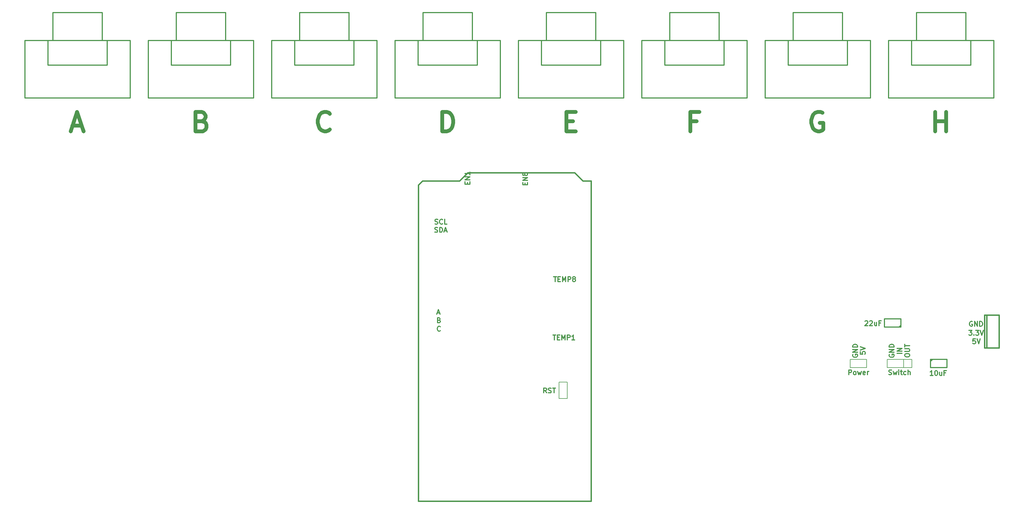
<source format=gto>
G04 (created by PCBNEW (2013-07-07 BZR 4022)-stable) date 9/29/2015 10:07:16 AM*
%MOIN*%
G04 Gerber Fmt 3.4, Leading zero omitted, Abs format*
%FSLAX34Y34*%
G01*
G70*
G90*
G04 APERTURE LIST*
%ADD10C,0.00590551*%
%ADD11C,0.011811*%
%ADD12C,0.0472441*%
%ADD13C,0.015*%
%ADD14C,0.006*%
%ADD15C,0.012*%
G04 APERTURE END LIST*
G54D10*
G54D11*
X84457Y-41465D02*
X84457Y-41268D01*
X84766Y-41183D02*
X84766Y-41465D01*
X84176Y-41465D01*
X84176Y-41183D01*
X84766Y-40930D02*
X84176Y-40930D01*
X84766Y-40593D01*
X84176Y-40593D01*
X84429Y-40227D02*
X84401Y-40284D01*
X84372Y-40312D01*
X84316Y-40340D01*
X84288Y-40340D01*
X84232Y-40312D01*
X84204Y-40284D01*
X84176Y-40227D01*
X84176Y-40115D01*
X84204Y-40059D01*
X84232Y-40030D01*
X84288Y-40002D01*
X84316Y-40002D01*
X84372Y-40030D01*
X84401Y-40059D01*
X84429Y-40115D01*
X84429Y-40227D01*
X84457Y-40284D01*
X84485Y-40312D01*
X84541Y-40340D01*
X84654Y-40340D01*
X84710Y-40312D01*
X84738Y-40284D01*
X84766Y-40227D01*
X84766Y-40115D01*
X84738Y-40059D01*
X84710Y-40030D01*
X84654Y-40002D01*
X84541Y-40002D01*
X84485Y-40030D01*
X84457Y-40059D01*
X84429Y-40115D01*
X77449Y-41386D02*
X77449Y-41189D01*
X77758Y-41105D02*
X77758Y-41386D01*
X77168Y-41386D01*
X77168Y-41105D01*
X77758Y-40852D02*
X77168Y-40852D01*
X77758Y-40514D01*
X77168Y-40514D01*
X77758Y-39924D02*
X77758Y-40261D01*
X77758Y-40092D02*
X77168Y-40092D01*
X77252Y-40149D01*
X77308Y-40205D01*
X77336Y-40261D01*
X87941Y-52679D02*
X88278Y-52679D01*
X88110Y-53270D02*
X88110Y-52679D01*
X88475Y-52961D02*
X88672Y-52961D01*
X88757Y-53270D02*
X88475Y-53270D01*
X88475Y-52679D01*
X88757Y-52679D01*
X89010Y-53270D02*
X89010Y-52679D01*
X89206Y-53101D01*
X89403Y-52679D01*
X89403Y-53270D01*
X89685Y-53270D02*
X89685Y-52679D01*
X89910Y-52679D01*
X89966Y-52708D01*
X89994Y-52736D01*
X90022Y-52792D01*
X90022Y-52876D01*
X89994Y-52933D01*
X89966Y-52961D01*
X89910Y-52989D01*
X89685Y-52989D01*
X90359Y-52933D02*
X90303Y-52904D01*
X90275Y-52876D01*
X90247Y-52820D01*
X90247Y-52792D01*
X90275Y-52736D01*
X90303Y-52708D01*
X90359Y-52679D01*
X90472Y-52679D01*
X90528Y-52708D01*
X90556Y-52736D01*
X90584Y-52792D01*
X90584Y-52820D01*
X90556Y-52876D01*
X90528Y-52904D01*
X90472Y-52933D01*
X90359Y-52933D01*
X90303Y-52961D01*
X90275Y-52989D01*
X90247Y-53045D01*
X90247Y-53158D01*
X90275Y-53214D01*
X90303Y-53242D01*
X90359Y-53270D01*
X90472Y-53270D01*
X90528Y-53242D01*
X90556Y-53214D01*
X90584Y-53158D01*
X90584Y-53045D01*
X90556Y-52989D01*
X90528Y-52961D01*
X90472Y-52933D01*
X87862Y-59766D02*
X88200Y-59766D01*
X88031Y-60357D02*
X88031Y-59766D01*
X88397Y-60047D02*
X88593Y-60047D01*
X88678Y-60357D02*
X88397Y-60357D01*
X88397Y-59766D01*
X88678Y-59766D01*
X88931Y-60357D02*
X88931Y-59766D01*
X89128Y-60188D01*
X89325Y-59766D01*
X89325Y-60357D01*
X89606Y-60357D02*
X89606Y-59766D01*
X89831Y-59766D01*
X89887Y-59794D01*
X89915Y-59822D01*
X89943Y-59879D01*
X89943Y-59963D01*
X89915Y-60019D01*
X89887Y-60047D01*
X89831Y-60075D01*
X89606Y-60075D01*
X90506Y-60357D02*
X90168Y-60357D01*
X90337Y-60357D02*
X90337Y-59766D01*
X90281Y-59850D01*
X90224Y-59907D01*
X90168Y-59935D01*
X73495Y-47218D02*
X73579Y-47246D01*
X73720Y-47246D01*
X73776Y-47218D01*
X73804Y-47190D01*
X73832Y-47134D01*
X73832Y-47078D01*
X73804Y-47021D01*
X73776Y-46993D01*
X73720Y-46965D01*
X73607Y-46937D01*
X73551Y-46909D01*
X73523Y-46881D01*
X73495Y-46825D01*
X73495Y-46768D01*
X73523Y-46712D01*
X73551Y-46684D01*
X73607Y-46656D01*
X73748Y-46656D01*
X73832Y-46684D01*
X74086Y-47246D02*
X74086Y-46656D01*
X74226Y-46656D01*
X74311Y-46684D01*
X74367Y-46740D01*
X74395Y-46796D01*
X74423Y-46909D01*
X74423Y-46993D01*
X74395Y-47106D01*
X74367Y-47162D01*
X74311Y-47218D01*
X74226Y-47246D01*
X74086Y-47246D01*
X74648Y-47078D02*
X74929Y-47078D01*
X74592Y-47246D02*
X74789Y-46656D01*
X74985Y-47246D01*
X73509Y-46234D02*
X73593Y-46262D01*
X73734Y-46262D01*
X73790Y-46234D01*
X73818Y-46206D01*
X73847Y-46150D01*
X73847Y-46093D01*
X73818Y-46037D01*
X73790Y-46009D01*
X73734Y-45981D01*
X73622Y-45953D01*
X73565Y-45925D01*
X73537Y-45897D01*
X73509Y-45840D01*
X73509Y-45784D01*
X73537Y-45728D01*
X73565Y-45700D01*
X73622Y-45672D01*
X73762Y-45672D01*
X73847Y-45700D01*
X74437Y-46206D02*
X74409Y-46234D01*
X74325Y-46262D01*
X74268Y-46262D01*
X74184Y-46234D01*
X74128Y-46178D01*
X74100Y-46122D01*
X74071Y-46009D01*
X74071Y-45925D01*
X74100Y-45812D01*
X74128Y-45756D01*
X74184Y-45700D01*
X74268Y-45672D01*
X74325Y-45672D01*
X74409Y-45700D01*
X74437Y-45728D01*
X74971Y-46262D02*
X74690Y-46262D01*
X74690Y-45672D01*
X74159Y-59237D02*
X74131Y-59266D01*
X74046Y-59294D01*
X73990Y-59294D01*
X73906Y-59266D01*
X73849Y-59209D01*
X73821Y-59153D01*
X73793Y-59041D01*
X73793Y-58956D01*
X73821Y-58844D01*
X73849Y-58787D01*
X73906Y-58731D01*
X73990Y-58703D01*
X74046Y-58703D01*
X74131Y-58731D01*
X74159Y-58759D01*
X74018Y-57961D02*
X74102Y-57989D01*
X74131Y-58017D01*
X74159Y-58073D01*
X74159Y-58158D01*
X74131Y-58214D01*
X74102Y-58242D01*
X74046Y-58270D01*
X73821Y-58270D01*
X73821Y-57679D01*
X74018Y-57679D01*
X74074Y-57708D01*
X74102Y-57736D01*
X74131Y-57792D01*
X74131Y-57848D01*
X74102Y-57904D01*
X74074Y-57933D01*
X74018Y-57961D01*
X73821Y-57961D01*
X73796Y-57078D02*
X74077Y-57078D01*
X73740Y-57246D02*
X73937Y-56656D01*
X74133Y-57246D01*
X124322Y-62142D02*
X124294Y-62199D01*
X124294Y-62283D01*
X124322Y-62367D01*
X124378Y-62424D01*
X124434Y-62452D01*
X124547Y-62480D01*
X124631Y-62480D01*
X124744Y-62452D01*
X124800Y-62424D01*
X124856Y-62367D01*
X124884Y-62283D01*
X124884Y-62227D01*
X124856Y-62142D01*
X124828Y-62114D01*
X124631Y-62114D01*
X124631Y-62227D01*
X124884Y-61861D02*
X124294Y-61861D01*
X124884Y-61524D01*
X124294Y-61524D01*
X124884Y-61242D02*
X124294Y-61242D01*
X124294Y-61102D01*
X124322Y-61017D01*
X124378Y-60961D01*
X124434Y-60933D01*
X124547Y-60905D01*
X124631Y-60905D01*
X124744Y-60933D01*
X124800Y-60961D01*
X124856Y-61017D01*
X124884Y-61102D01*
X124884Y-61242D01*
X125239Y-61805D02*
X125239Y-62086D01*
X125520Y-62114D01*
X125492Y-62086D01*
X125464Y-62030D01*
X125464Y-61889D01*
X125492Y-61833D01*
X125520Y-61805D01*
X125576Y-61777D01*
X125717Y-61777D01*
X125773Y-61805D01*
X125801Y-61833D01*
X125829Y-61889D01*
X125829Y-62030D01*
X125801Y-62086D01*
X125773Y-62114D01*
X125239Y-61608D02*
X125829Y-61411D01*
X125239Y-61214D01*
X123832Y-64609D02*
X123832Y-64018D01*
X124057Y-64018D01*
X124114Y-64046D01*
X124142Y-64074D01*
X124170Y-64131D01*
X124170Y-64215D01*
X124142Y-64271D01*
X124114Y-64299D01*
X124057Y-64327D01*
X123832Y-64327D01*
X124507Y-64609D02*
X124451Y-64580D01*
X124423Y-64552D01*
X124395Y-64496D01*
X124395Y-64327D01*
X124423Y-64271D01*
X124451Y-64243D01*
X124507Y-64215D01*
X124592Y-64215D01*
X124648Y-64243D01*
X124676Y-64271D01*
X124704Y-64327D01*
X124704Y-64496D01*
X124676Y-64552D01*
X124648Y-64580D01*
X124592Y-64609D01*
X124507Y-64609D01*
X124901Y-64215D02*
X125014Y-64609D01*
X125126Y-64327D01*
X125239Y-64609D01*
X125351Y-64215D01*
X125801Y-64580D02*
X125745Y-64609D01*
X125632Y-64609D01*
X125576Y-64580D01*
X125548Y-64524D01*
X125548Y-64299D01*
X125576Y-64243D01*
X125632Y-64215D01*
X125745Y-64215D01*
X125801Y-64243D01*
X125829Y-64299D01*
X125829Y-64356D01*
X125548Y-64412D01*
X126082Y-64609D02*
X126082Y-64215D01*
X126082Y-64327D02*
X126110Y-64271D01*
X126138Y-64243D01*
X126195Y-64215D01*
X126251Y-64215D01*
X128771Y-62142D02*
X128742Y-62199D01*
X128742Y-62283D01*
X128771Y-62367D01*
X128827Y-62424D01*
X128883Y-62452D01*
X128996Y-62480D01*
X129080Y-62480D01*
X129192Y-62452D01*
X129249Y-62424D01*
X129305Y-62367D01*
X129333Y-62283D01*
X129333Y-62227D01*
X129305Y-62142D01*
X129277Y-62114D01*
X129080Y-62114D01*
X129080Y-62227D01*
X129333Y-61861D02*
X128742Y-61861D01*
X129333Y-61524D01*
X128742Y-61524D01*
X129333Y-61242D02*
X128742Y-61242D01*
X128742Y-61102D01*
X128771Y-61017D01*
X128827Y-60961D01*
X128883Y-60933D01*
X128996Y-60905D01*
X129080Y-60905D01*
X129192Y-60933D01*
X129249Y-60961D01*
X129305Y-61017D01*
X129333Y-61102D01*
X129333Y-61242D01*
X130278Y-62002D02*
X129687Y-62002D01*
X130278Y-61721D02*
X129687Y-61721D01*
X130278Y-61383D01*
X129687Y-61383D01*
X130632Y-62283D02*
X130632Y-62170D01*
X130660Y-62114D01*
X130717Y-62058D01*
X130829Y-62030D01*
X131026Y-62030D01*
X131138Y-62058D01*
X131195Y-62114D01*
X131223Y-62170D01*
X131223Y-62283D01*
X131195Y-62339D01*
X131138Y-62395D01*
X131026Y-62424D01*
X130829Y-62424D01*
X130717Y-62395D01*
X130660Y-62339D01*
X130632Y-62283D01*
X130632Y-61777D02*
X131110Y-61777D01*
X131167Y-61749D01*
X131195Y-61721D01*
X131223Y-61664D01*
X131223Y-61552D01*
X131195Y-61496D01*
X131167Y-61467D01*
X131110Y-61439D01*
X130632Y-61439D01*
X130632Y-61242D02*
X130632Y-60905D01*
X131223Y-61074D02*
X130632Y-61074D01*
X128692Y-64580D02*
X128776Y-64609D01*
X128917Y-64609D01*
X128973Y-64580D01*
X129001Y-64552D01*
X129029Y-64496D01*
X129029Y-64440D01*
X129001Y-64384D01*
X128973Y-64356D01*
X128917Y-64327D01*
X128804Y-64299D01*
X128748Y-64271D01*
X128720Y-64243D01*
X128692Y-64187D01*
X128692Y-64131D01*
X128720Y-64074D01*
X128748Y-64046D01*
X128804Y-64018D01*
X128945Y-64018D01*
X129029Y-64046D01*
X129226Y-64215D02*
X129339Y-64609D01*
X129451Y-64327D01*
X129564Y-64609D01*
X129676Y-64215D01*
X129901Y-64609D02*
X129901Y-64215D01*
X129901Y-64018D02*
X129873Y-64046D01*
X129901Y-64074D01*
X129929Y-64046D01*
X129901Y-64018D01*
X129901Y-64074D01*
X130098Y-64215D02*
X130323Y-64215D01*
X130182Y-64018D02*
X130182Y-64524D01*
X130210Y-64580D01*
X130267Y-64609D01*
X130323Y-64609D01*
X130773Y-64580D02*
X130717Y-64609D01*
X130604Y-64609D01*
X130548Y-64580D01*
X130520Y-64552D01*
X130492Y-64496D01*
X130492Y-64327D01*
X130520Y-64271D01*
X130548Y-64243D01*
X130604Y-64215D01*
X130717Y-64215D01*
X130773Y-64243D01*
X131026Y-64609D02*
X131026Y-64018D01*
X131279Y-64609D02*
X131279Y-64299D01*
X131251Y-64243D01*
X131195Y-64215D01*
X131110Y-64215D01*
X131054Y-64243D01*
X131026Y-64271D01*
X134052Y-64687D02*
X133714Y-64687D01*
X133883Y-64687D02*
X133883Y-64097D01*
X133827Y-64181D01*
X133771Y-64237D01*
X133714Y-64266D01*
X134417Y-64097D02*
X134474Y-64097D01*
X134530Y-64125D01*
X134558Y-64153D01*
X134586Y-64209D01*
X134614Y-64322D01*
X134614Y-64462D01*
X134586Y-64575D01*
X134558Y-64631D01*
X134530Y-64659D01*
X134474Y-64687D01*
X134417Y-64687D01*
X134361Y-64659D01*
X134333Y-64631D01*
X134305Y-64575D01*
X134277Y-64462D01*
X134277Y-64322D01*
X134305Y-64209D01*
X134333Y-64153D01*
X134361Y-64125D01*
X134417Y-64097D01*
X135120Y-64294D02*
X135120Y-64687D01*
X134867Y-64294D02*
X134867Y-64603D01*
X134895Y-64659D01*
X134952Y-64687D01*
X135036Y-64687D01*
X135092Y-64659D01*
X135120Y-64631D01*
X135598Y-64378D02*
X135402Y-64378D01*
X135402Y-64687D02*
X135402Y-64097D01*
X135683Y-64097D01*
X125801Y-58090D02*
X125829Y-58062D01*
X125885Y-58034D01*
X126026Y-58034D01*
X126082Y-58062D01*
X126110Y-58090D01*
X126138Y-58146D01*
X126138Y-58203D01*
X126110Y-58287D01*
X125773Y-58624D01*
X126138Y-58624D01*
X126363Y-58090D02*
X126392Y-58062D01*
X126448Y-58034D01*
X126588Y-58034D01*
X126645Y-58062D01*
X126673Y-58090D01*
X126701Y-58146D01*
X126701Y-58203D01*
X126673Y-58287D01*
X126335Y-58624D01*
X126701Y-58624D01*
X127207Y-58231D02*
X127207Y-58624D01*
X126954Y-58231D02*
X126954Y-58540D01*
X126982Y-58596D01*
X127038Y-58624D01*
X127123Y-58624D01*
X127179Y-58596D01*
X127207Y-58568D01*
X127685Y-58315D02*
X127488Y-58315D01*
X127488Y-58624D02*
X127488Y-58034D01*
X127769Y-58034D01*
X139218Y-60239D02*
X138937Y-60239D01*
X138908Y-60520D01*
X138937Y-60492D01*
X138993Y-60464D01*
X139133Y-60464D01*
X139190Y-60492D01*
X139218Y-60520D01*
X139246Y-60576D01*
X139246Y-60717D01*
X139218Y-60773D01*
X139190Y-60801D01*
X139133Y-60829D01*
X138993Y-60829D01*
X138937Y-60801D01*
X138908Y-60773D01*
X139415Y-60239D02*
X139611Y-60829D01*
X139808Y-60239D01*
X138419Y-59215D02*
X138785Y-59215D01*
X138588Y-59440D01*
X138672Y-59440D01*
X138728Y-59468D01*
X138757Y-59496D01*
X138785Y-59552D01*
X138785Y-59693D01*
X138757Y-59749D01*
X138728Y-59777D01*
X138672Y-59805D01*
X138503Y-59805D01*
X138447Y-59777D01*
X138419Y-59749D01*
X139038Y-59749D02*
X139066Y-59777D01*
X139038Y-59805D01*
X139010Y-59777D01*
X139038Y-59749D01*
X139038Y-59805D01*
X139263Y-59215D02*
X139628Y-59215D01*
X139431Y-59440D01*
X139516Y-59440D01*
X139572Y-59468D01*
X139600Y-59496D01*
X139628Y-59552D01*
X139628Y-59693D01*
X139600Y-59749D01*
X139572Y-59777D01*
X139516Y-59805D01*
X139347Y-59805D01*
X139291Y-59777D01*
X139263Y-59749D01*
X139797Y-59215D02*
X139994Y-59805D01*
X140191Y-59215D01*
X138841Y-58141D02*
X138785Y-58113D01*
X138700Y-58113D01*
X138616Y-58141D01*
X138560Y-58197D01*
X138532Y-58253D01*
X138503Y-58366D01*
X138503Y-58450D01*
X138532Y-58562D01*
X138560Y-58619D01*
X138616Y-58675D01*
X138700Y-58703D01*
X138757Y-58703D01*
X138841Y-58675D01*
X138869Y-58647D01*
X138869Y-58450D01*
X138757Y-58450D01*
X139122Y-58703D02*
X139122Y-58113D01*
X139460Y-58703D01*
X139460Y-58113D01*
X139741Y-58703D02*
X139741Y-58113D01*
X139881Y-58113D01*
X139966Y-58141D01*
X140022Y-58197D01*
X140050Y-58253D01*
X140078Y-58366D01*
X140078Y-58450D01*
X140050Y-58562D01*
X140022Y-58619D01*
X139966Y-58675D01*
X139881Y-58703D01*
X139741Y-58703D01*
G54D12*
X134325Y-34956D02*
X134325Y-32593D01*
X134325Y-33718D02*
X135674Y-33718D01*
X135674Y-34956D02*
X135674Y-32593D01*
X120618Y-32706D02*
X120393Y-32593D01*
X120056Y-32593D01*
X119718Y-32706D01*
X119493Y-32931D01*
X119381Y-33156D01*
X119268Y-33606D01*
X119268Y-33943D01*
X119381Y-34393D01*
X119493Y-34618D01*
X119718Y-34843D01*
X120056Y-34956D01*
X120281Y-34956D01*
X120618Y-34843D01*
X120731Y-34731D01*
X120731Y-33943D01*
X120281Y-33943D01*
X105337Y-33718D02*
X104550Y-33718D01*
X104550Y-34956D02*
X104550Y-32593D01*
X105674Y-32593D01*
X89493Y-33718D02*
X90281Y-33718D01*
X90618Y-34956D02*
X89493Y-34956D01*
X89493Y-32593D01*
X90618Y-32593D01*
X74381Y-34956D02*
X74381Y-32593D01*
X74943Y-32593D01*
X75281Y-32706D01*
X75506Y-32931D01*
X75618Y-33156D01*
X75731Y-33606D01*
X75731Y-33943D01*
X75618Y-34393D01*
X75506Y-34618D01*
X75281Y-34843D01*
X74943Y-34956D01*
X74381Y-34956D01*
X60731Y-34731D02*
X60618Y-34843D01*
X60281Y-34956D01*
X60056Y-34956D01*
X59718Y-34843D01*
X59493Y-34618D01*
X59381Y-34393D01*
X59268Y-33943D01*
X59268Y-33606D01*
X59381Y-33156D01*
X59493Y-32931D01*
X59718Y-32706D01*
X60056Y-32593D01*
X60281Y-32593D01*
X60618Y-32706D01*
X60731Y-32818D01*
X45168Y-33718D02*
X45506Y-33831D01*
X45618Y-33943D01*
X45731Y-34168D01*
X45731Y-34506D01*
X45618Y-34731D01*
X45506Y-34843D01*
X45281Y-34956D01*
X44381Y-34956D01*
X44381Y-32593D01*
X45168Y-32593D01*
X45393Y-32706D01*
X45506Y-32818D01*
X45618Y-33043D01*
X45618Y-33268D01*
X45506Y-33493D01*
X45393Y-33606D01*
X45168Y-33718D01*
X44381Y-33718D01*
X29437Y-34281D02*
X30562Y-34281D01*
X29212Y-34956D02*
X30000Y-32593D01*
X30787Y-34956D01*
G54D11*
X87078Y-66813D02*
X86881Y-66532D01*
X86740Y-66813D02*
X86740Y-66223D01*
X86965Y-66223D01*
X87021Y-66251D01*
X87050Y-66279D01*
X87078Y-66335D01*
X87078Y-66420D01*
X87050Y-66476D01*
X87021Y-66504D01*
X86965Y-66532D01*
X86740Y-66532D01*
X87303Y-66785D02*
X87387Y-66813D01*
X87528Y-66813D01*
X87584Y-66785D01*
X87612Y-66757D01*
X87640Y-66701D01*
X87640Y-66645D01*
X87612Y-66588D01*
X87584Y-66560D01*
X87528Y-66532D01*
X87415Y-66504D01*
X87359Y-66476D01*
X87331Y-66448D01*
X87303Y-66392D01*
X87303Y-66335D01*
X87331Y-66279D01*
X87359Y-66251D01*
X87415Y-66223D01*
X87556Y-66223D01*
X87640Y-66251D01*
X87809Y-66223D02*
X88146Y-66223D01*
X87978Y-66813D02*
X87978Y-66223D01*
G54D13*
X92500Y-41000D02*
X92500Y-80000D01*
X71500Y-41500D02*
X71500Y-80000D01*
X76500Y-41000D02*
X72000Y-41000D01*
X72000Y-41000D02*
X71500Y-41500D01*
X92500Y-80000D02*
X71500Y-80000D01*
X76500Y-41000D02*
X77500Y-40000D01*
X77500Y-40000D02*
X90500Y-40000D01*
X90500Y-40000D02*
X91500Y-41000D01*
X91500Y-41000D02*
X92500Y-41000D01*
X140588Y-61330D02*
X140338Y-61330D01*
X140338Y-61330D02*
X140338Y-57330D01*
X140338Y-57330D02*
X140588Y-57330D01*
X142088Y-61330D02*
X140588Y-61330D01*
X140588Y-61330D02*
X140588Y-57330D01*
X140588Y-57330D02*
X142088Y-57330D01*
X142088Y-57330D02*
X142088Y-61330D01*
G54D14*
X126000Y-62728D02*
X126000Y-63728D01*
X126000Y-63728D02*
X124000Y-63728D01*
X124000Y-63728D02*
X124000Y-62728D01*
X124000Y-62728D02*
X126000Y-62728D01*
X89594Y-67496D02*
X88594Y-67496D01*
X88594Y-67496D02*
X88594Y-65496D01*
X88594Y-65496D02*
X89594Y-65496D01*
X89594Y-65496D02*
X89594Y-67496D01*
G54D15*
X23650Y-30900D02*
X36450Y-30900D01*
X36450Y-30900D02*
X36450Y-23900D01*
X36450Y-23900D02*
X23650Y-23900D01*
X23650Y-23900D02*
X23650Y-30900D01*
X26450Y-23900D02*
X26450Y-26900D01*
X26450Y-26900D02*
X33650Y-26900D01*
X33650Y-26900D02*
X33650Y-23900D01*
X27050Y-23900D02*
X27050Y-20500D01*
X27050Y-20500D02*
X33050Y-20500D01*
X33050Y-20500D02*
X33050Y-23900D01*
X83650Y-30900D02*
X96450Y-30900D01*
X96450Y-30900D02*
X96450Y-23900D01*
X96450Y-23900D02*
X83650Y-23900D01*
X83650Y-23900D02*
X83650Y-30900D01*
X86450Y-23900D02*
X86450Y-26900D01*
X86450Y-26900D02*
X93650Y-26900D01*
X93650Y-26900D02*
X93650Y-23900D01*
X87050Y-23900D02*
X87050Y-20500D01*
X87050Y-20500D02*
X93050Y-20500D01*
X93050Y-20500D02*
X93050Y-23900D01*
X38650Y-30900D02*
X51450Y-30900D01*
X51450Y-30900D02*
X51450Y-23900D01*
X51450Y-23900D02*
X38650Y-23900D01*
X38650Y-23900D02*
X38650Y-30900D01*
X41450Y-23900D02*
X41450Y-26900D01*
X41450Y-26900D02*
X48650Y-26900D01*
X48650Y-26900D02*
X48650Y-23900D01*
X42050Y-23900D02*
X42050Y-20500D01*
X42050Y-20500D02*
X48050Y-20500D01*
X48050Y-20500D02*
X48050Y-23900D01*
X98650Y-30900D02*
X111450Y-30900D01*
X111450Y-30900D02*
X111450Y-23900D01*
X111450Y-23900D02*
X98650Y-23900D01*
X98650Y-23900D02*
X98650Y-30900D01*
X101450Y-23900D02*
X101450Y-26900D01*
X101450Y-26900D02*
X108650Y-26900D01*
X108650Y-26900D02*
X108650Y-23900D01*
X102050Y-23900D02*
X102050Y-20500D01*
X102050Y-20500D02*
X108050Y-20500D01*
X108050Y-20500D02*
X108050Y-23900D01*
X53650Y-30900D02*
X66450Y-30900D01*
X66450Y-30900D02*
X66450Y-23900D01*
X66450Y-23900D02*
X53650Y-23900D01*
X53650Y-23900D02*
X53650Y-30900D01*
X56450Y-23900D02*
X56450Y-26900D01*
X56450Y-26900D02*
X63650Y-26900D01*
X63650Y-26900D02*
X63650Y-23900D01*
X57050Y-23900D02*
X57050Y-20500D01*
X57050Y-20500D02*
X63050Y-20500D01*
X63050Y-20500D02*
X63050Y-23900D01*
X113650Y-30900D02*
X126450Y-30900D01*
X126450Y-30900D02*
X126450Y-23900D01*
X126450Y-23900D02*
X113650Y-23900D01*
X113650Y-23900D02*
X113650Y-30900D01*
X116450Y-23900D02*
X116450Y-26900D01*
X116450Y-26900D02*
X123650Y-26900D01*
X123650Y-26900D02*
X123650Y-23900D01*
X117050Y-23900D02*
X117050Y-20500D01*
X117050Y-20500D02*
X123050Y-20500D01*
X123050Y-20500D02*
X123050Y-23900D01*
X68650Y-30900D02*
X81450Y-30900D01*
X81450Y-30900D02*
X81450Y-23900D01*
X81450Y-23900D02*
X68650Y-23900D01*
X68650Y-23900D02*
X68650Y-30900D01*
X71450Y-23900D02*
X71450Y-26900D01*
X71450Y-26900D02*
X78650Y-26900D01*
X78650Y-26900D02*
X78650Y-23900D01*
X72050Y-23900D02*
X72050Y-20500D01*
X72050Y-20500D02*
X78050Y-20500D01*
X78050Y-20500D02*
X78050Y-23900D01*
X128650Y-30900D02*
X141450Y-30900D01*
X141450Y-30900D02*
X141450Y-23900D01*
X141450Y-23900D02*
X128650Y-23900D01*
X128650Y-23900D02*
X128650Y-30900D01*
X131450Y-23900D02*
X131450Y-26900D01*
X131450Y-26900D02*
X138650Y-26900D01*
X138650Y-26900D02*
X138650Y-23900D01*
X132050Y-23900D02*
X132050Y-20500D01*
X132050Y-20500D02*
X138050Y-20500D01*
X138050Y-20500D02*
X138050Y-23900D01*
X133783Y-62728D02*
X135763Y-62728D01*
X135763Y-62728D02*
X135763Y-63728D01*
X135763Y-63728D02*
X133763Y-63728D01*
X133763Y-63728D02*
X133763Y-62728D01*
X133763Y-62978D02*
X134013Y-62728D01*
X130153Y-58807D02*
X128173Y-58807D01*
X128173Y-58807D02*
X128173Y-57807D01*
X128173Y-57807D02*
X130173Y-57807D01*
X130173Y-57807D02*
X130173Y-58807D01*
X130173Y-58557D02*
X129923Y-58807D01*
G54D14*
X131500Y-62728D02*
X131500Y-63728D01*
X131500Y-63728D02*
X128500Y-63728D01*
X128500Y-63728D02*
X128500Y-62728D01*
X128500Y-62728D02*
X131500Y-62728D01*
X130500Y-63728D02*
X130500Y-62728D01*
M02*

</source>
